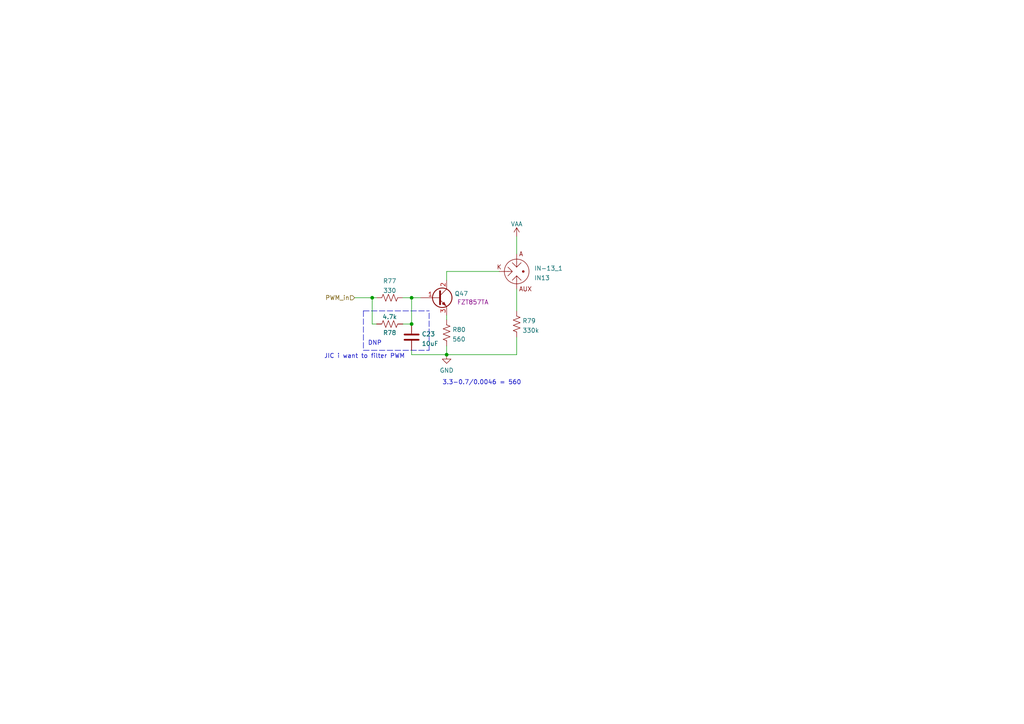
<source format=kicad_sch>
(kicad_sch (version 20211123) (generator eeschema)
  (paper "A4")
  (lib_symbols
    (symbol "Device:C" (pin_numbers hide) (pin_names (offset 0.254))
      (property "Reference" "C" (at 0.635 2.54 0))
      (property "Value" "C" (at 0.635 -2.54 0))
      (symbol "C_0_1"
        (polyline (pts (xy -2.032 -0.762) (xy 2.032 -0.762)) (stroke (width 0.508)))
        (polyline (pts (xy -2.032 0.762) (xy 2.032 0.762)) (stroke (width 0.508)))
      )
      (symbol "C_1_1"
        (pin passive line (at 0 3.81 270) (length 2.794) (name "~") (number "1"))
        (pin passive line (at 0 -3.81 90) (length 2.794) (name "~") (number "2"))
      )
    )
    (symbol "Device:Q_NPN_BCE" (pin_names (offset 0) hide)
      (property "Reference" "Q" (at 5.08 1.27 0))
      (property "Value" "Q_NPN_BCE" (at 5.08 -1.27 0))
      (symbol "Q_NPN_BCE_0_1"
        (polyline (pts (xy 0.635 0.635) (xy 2.54 2.54)))
        (polyline (pts (xy 0.635 -0.635) (xy 2.54 -2.54) (xy 2.54 -2.54)))
        (polyline (pts (xy 0.635 1.905) (xy 0.635 -1.905) (xy 0.635 -1.905)) (stroke (width 0.508)))
        (polyline (pts (xy 1.27 -1.778) (xy 1.778 -1.27) (xy 2.286 -2.286) (xy 1.27 -1.778) (xy 1.27 -1.778)) (fill (type outline)))
        (circle (center 1.27 0) (radius 2.8194) (stroke (width 0.254)))
      )
      (symbol "Q_NPN_BCE_1_1"
        (pin input line (at -5.08 0 0) (length 5.715) (name "B") (number "1"))
        (pin passive line (at 2.54 5.08 270) (length 2.54) (name "C") (number "2"))
        (pin passive line (at 2.54 -5.08 90) (length 2.54) (name "E") (number "3"))
      )
    )
    (symbol "Device:R_US" (pin_numbers hide) (pin_names (offset 0))
      (property "Reference" "R" (at 2.54 0 90))
      (property "Value" "R_US" (at -2.54 0 90))
      (symbol "R_US_0_1"
        (polyline (pts (xy 0 -2.286) (xy 0 -2.54)))
        (polyline (pts (xy 0 2.286) (xy 0 2.54)))
        (polyline (pts (xy 0 -0.762) (xy 1.016 -1.143) (xy 0 -1.524) (xy -1.016 -1.905) (xy 0 -2.286)))
        (polyline (pts (xy 0 0.762) (xy 1.016 0.381) (xy 0 0) (xy -1.016 -0.381) (xy 0 -0.762)))
        (polyline (pts (xy 0 2.286) (xy 1.016 1.905) (xy 0 1.524) (xy -1.016 1.143) (xy 0 0.762)))
      )
      (symbol "R_US_1_1"
        (pin passive line (at 0 3.81 270) (length 1.27) (name "~") (number "1"))
        (pin passive line (at 0 -3.81 90) (length 1.27) (name "~") (number "2"))
      )
    )
    (symbol "nixie-tube-clock:IN13" (pin_numbers hide)
      (property "Reference" "IN-13_?" (at 4.2164 0.9085 0))
      (property "Value" "IN13" (at 4.2164 -1.8666 0))
      (symbol "IN13_0_0"
        (text "A" (at 1.27 5.08 0) (effects (font (size 1.27 1.27))))
        (text "AUX" (at 2.54 -5.08 0) (effects (font (size 1.27 1.27))))
        (text "K" (at -5.08 1.27 0) (effects (font (size 1.27 1.27))))
      )
      (symbol "IN13_0_1"
        (polyline (pts (xy -2.54 0) (xy -1.27 0)))
        (polyline (pts (xy 0 -2.54) (xy 0 -1.27)))
        (polyline (pts (xy 0 -1.27) (xy -1.27 -2.54)))
        (polyline (pts (xy 0 -1.27) (xy 1.27 -2.54)))
        (polyline (pts (xy 0 1.27) (xy -1.27 2.54)))
        (polyline (pts (xy 0 1.27) (xy 1.27 2.54)))
        (polyline (pts (xy 0 2.54) (xy 0 1.27)))
        (polyline (pts (xy -2.54 1.27) (xy -1.27 0) (xy -2.54 -1.27)))
        (circle (center 0 0) (radius 3.5814))
        (circle (center 1.905 0) (radius 0.127))
        (circle (center 1.905 0) (radius 0.127))
        (circle (center 1.905 0) (radius 0.2794))
        (circle (center 2.032 0) (radius 0.127))
      )
      (symbol "IN13_1_1"
        (pin passive line (at 0 -5.08 90) (length 2.54) (name "~") (number "1"))
        (pin passive line (at -5.08 0 0) (length 2.54) (name "~") (number "2"))
        (pin passive line (at 0 5.08 270) (length 2.54) (name "~") (number "3"))
      )
    )
    (symbol "power:GND" (power) (pin_names (offset 0))
      (property "Value" "GND" (at 0 -3.81 0))
      (symbol "GND_0_1"
        (polyline (pts (xy 0 0) (xy 0 -1.27) (xy 1.27 -1.27) (xy 0 -2.54) (xy -1.27 -1.27) (xy 0 -1.27)))
      )
      (symbol "GND_1_1"
        (pin power_in line (at 0 0 270) (length 0) hide (name "GND") (number "1"))
      )
    )
    (symbol "power:VAA" (power) (pin_names (offset 0))
      (property "Value" "VAA" (at 0 3.81 0))
      (symbol "VAA_0_1"
        (polyline (pts (xy -0.762 1.27) (xy 0 2.54)))
        (polyline (pts (xy 0 0) (xy 0 2.54)))
        (polyline (pts (xy 0 2.54) (xy 0.762 1.27)))
      )
      (symbol "VAA_1_1"
        (pin power_in line (at 0 0 90) (length 0) hide (name "VAA") (number "1"))
      )
    )
  )
  (junction (at 107.95 86.36))
  (junction (at 129.54 102.87))
  (junction (at 119.38 93.98))
  (junction (at 119.38 86.36))
  (wire (pts (xy 102.87 86.36) (xy 107.95 86.36)))
  (wire (pts (xy 107.95 86.36) (xy 107.95 93.98)))
  (polyline (pts (xy 105.41 101.6) (xy 124.46 101.6)))
  (wire (pts (xy 119.38 86.36) (xy 121.92 86.36)))
  (wire (pts (xy 149.86 83.82) (xy 149.86 90.17)))
  (wire (pts (xy 129.54 78.74) (xy 144.78 78.74)))
  (wire (pts (xy 119.38 101.6) (xy 119.38 102.87)))
  (wire (pts (xy 116.84 86.36) (xy 119.38 86.36)))
  (wire (pts (xy 129.54 81.28) (xy 129.54 78.74)))
  (wire (pts (xy 129.54 91.44) (xy 129.54 92.71)))
  (wire (pts (xy 129.54 100.33) (xy 129.54 102.87)))
  (wire (pts (xy 149.86 102.87) (xy 149.86 97.79)))
  (polyline (pts (xy 105.41 90.17) (xy 124.46 90.17)))
  (polyline (pts (xy 105.41 90.17) (xy 105.41 101.6)))
  (wire (pts (xy 129.54 102.87) (xy 149.86 102.87)))
  (wire (pts (xy 149.86 68.58) (xy 149.86 73.66)))
  (wire (pts (xy 119.38 86.36) (xy 119.38 93.98)))
  (wire (pts (xy 107.95 86.36) (xy 109.22 86.36)))
  (wire (pts (xy 116.84 93.98) (xy 119.38 93.98)))
  (polyline (pts (xy 124.46 101.6) (xy 124.46 90.17)))
  (wire (pts (xy 119.38 102.87) (xy 129.54 102.87)))
  (wire (pts (xy 109.22 93.98) (xy 107.95 93.98)))
  (text "3.3-0.7/0.0046 = 560" (at 128.27 111.76 0) (effects (font (size 1.27 1.27)) (justify left bottom)))
  (text "JIC i want to filter PWM" (at 93.98 104.14 0) (effects (font (size 1.27 1.27)) (justify left bottom)))
  (text "DNP" (at 106.68 100.33 0) (effects (font (size 1.27 1.27)) (justify left bottom)))
  (hierarchical_label "PWM_in" (shape input) (at 102.87 86.36 180))
  (symbol (lib_id "power:VAA") (at 149.86 68.58 0)
    (property "Reference" "#PWR0111" (effects hide))
    (property "Value" "VAA" (at 149.86 64.9755 0))
  )
  (symbol (lib_id "Device:C") (at 119.38 97.79 0)
    (property "Reference" "C23" (at 122.301 96.8815 0) (effects (justify left)))
    (property "Value" "10uF" (at 122.301 99.6566 0) (effects (justify left)))
    (property "Footprint" "Capacitor_SMD:C_0805_2012Metric" (effects hide))
  )
  (symbol (lib_id "nixie-tube-clock:IN13") (at 149.86 78.74 0)
    (property "Reference" "IN-13_1" (at 154.9287 77.8315 0) (effects (justify left)))
    (property "Value" "IN13" (at 154.9287 80.6066 0) (effects (justify left)))
    (property "Footprint" "nixie_tube_clock:IN-13" (effects hide))
  )
  (symbol (lib_id "Device:Q_NPN_BCE") (at 127 86.36 0)
    (property "Reference" "Q47" (at 131.826 85.1916 0) (effects (justify left)))
    (property "Value" "FZT857TA" (effects hide))
    (property "Footprint" "Package_TO_SOT_SMD:SOT-223-3_TabPin2" (effects hide))
    (property "Datasheet" "FZT857TA" (at 137.16 87.63 0))
  )
  (symbol (lib_id "power:GND") (at 129.54 102.87 0)
    (property "Reference" "#PWR0112" (effects hide))
    (property "Value" "GND" (at 129.54 107.4325 0))
  )
  (symbol (lib_id "Device:R_US") (at 149.86 93.98 0)
    (property "Reference" "R79" (at 151.511 93.0715 0) (effects (justify left)))
    (property "Value" "330k" (at 151.511 95.8466 0) (effects (justify left)))
    (property "Footprint" "Resistor_SMD:R_0805_2012Metric" (effects hide))
  )
  (symbol (lib_id "Device:R_US") (at 113.03 93.98 90)
    (property "Reference" "R78" (at 113.03 96.52 90))
    (property "Value" "4.7k" (at 113.03 91.8996 90))
    (property "Footprint" "Resistor_SMD:R_0805_2012Metric" (effects hide))
  )
  (symbol (lib_id "Device:R_US") (at 113.03 86.36 90)
    (property "Reference" "R77" (at 113.03 81.5045 90))
    (property "Value" "330" (at 113.03 84.2796 90))
    (property "Footprint" "Resistor_SMD:R_0805_2012Metric" (effects hide))
  )
  (symbol (lib_id "Device:R_US") (at 129.54 96.52 0)
    (property "Reference" "R80" (at 131.191 95.6115 0) (effects (justify left)))
    (property "Value" "560" (at 131.191 98.3866 0) (effects (justify left)))
    (property "Footprint" "Resistor_SMD:R_0805_2012Metric" (effects hide))
  )
)
</source>
